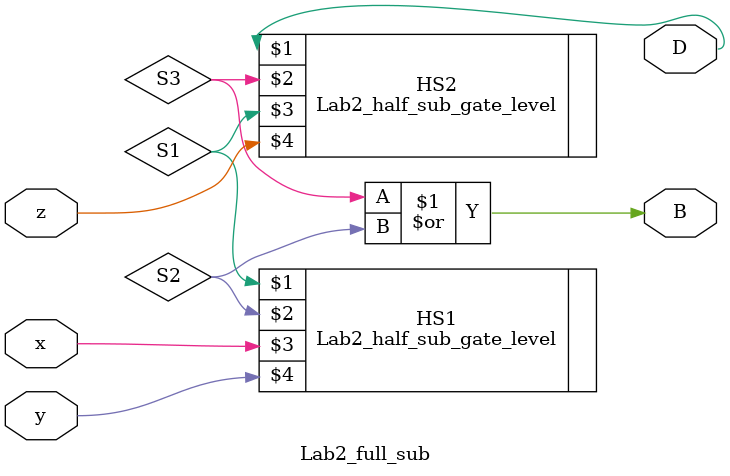
<source format=v>
module Lab2_full_sub(output D, B, input x, y, z);
wire S1,S2,S3;
Lab2_half_sub_gate_level HS1( S1,S2, x,y);
Lab2_half_sub_gate_level HS2( D,S3,  S1,z);
or G1(B,S3,S2);
endmodule 


</source>
